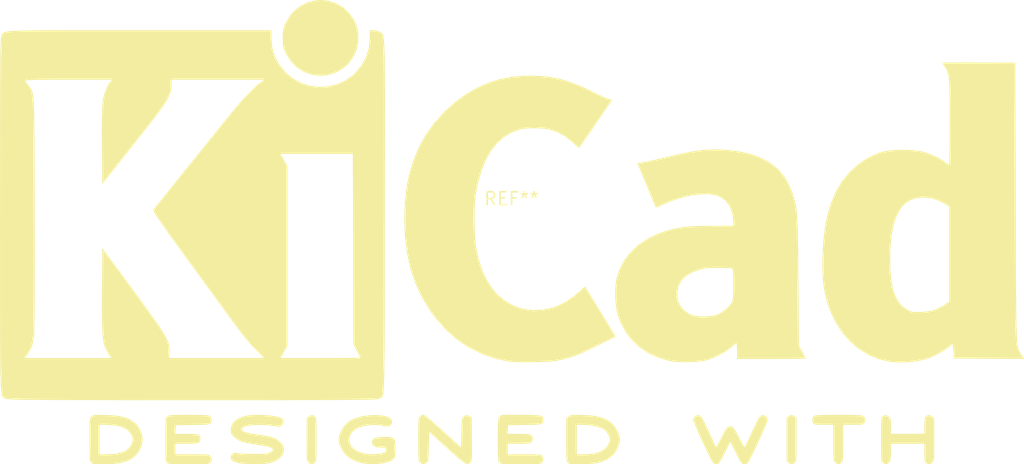
<source format=kicad_pcb>
(kicad_pcb (version 20240108) (generator pcbnew)
  (layers (0 "F.Cu" signal) (31 "B.Cu" signal) (34 "B.Paste" user) (35 "F.Paste" user) (36 "B.SilkS" user "B.Silkscreen") (37 "F.SilkS" user "F.Silkscreen") (38 "B.Mask" user) (39 "F.Mask" user) (44 "Edge.Cuts" user))
  (net 0 "")
  (footprint "KiCad-Logo2_40mm_SilkScreen" (layer "F.Cu") (at 0 0)
    (property "Reference" "REF**")
    (property "Value" "KiCad-Logo2_40mm_SilkScreen")
    (fp_poly (pts (xy 27.965525 21.545023) (xy 28.123846 21.643638) (xy 28.30178 21.78772) (xy 28.30178 23.934538) (xy 28.301214 24.562512) (xy 28.298787 25.057262) (xy 28.293409 25.436301) (xy 28.28399 25.717145) (xy 28.269437 25.917309) (xy 28.248662 26.054306) (xy 28.220572 26.145653) (xy 28.184077 26.208864) (xy 28.1582 26.24001) (xy 27.948297 26.376833) (xy 27.709274 26.371253) (xy 27.499893 26.254582) (xy 27.321958 26.1105) (xy 27.321958 21.78772) (xy 27.499893 21.643638) (xy 27.671626 21.538829) (xy 27.811869 21.499555) (xy 27.965525 21.545023)) (layer "F.SilkS") (stroke (width 0.01)) (fill solid))
    (fp_poly (pts (xy -19.521068 21.650297) (xy -19.477131 21.70086) (xy -19.442664 21.766088) (xy -19.416523 21.863456) (xy -19.397561 22.010435) (xy -19.384632 22.224501) (xy -19.376591 22.523127) (xy -19.372292 22.923787) (xy -19.37059 23.443953) (xy -19.370326 23.94911) (xy -19.370791 24.575684) (xy -19.37295 25.068991) (xy -19.377948 25.446504) (xy -19.386932 25.725697) (xy -19.401047 25.924043) (xy -19.421439 26.059017) (xy -19.449254 26.148092) (xy -19.485637 26.208742) (xy -19.521068 26.247923) (xy -19.741418 26.379321) (xy -19.976202 26.367529) (xy -20.186268 26.224223) (xy -20.234534 26.168273) (xy -20.272255 26.103358) (xy -20.300731 26.011534) (xy -20.32126 25.874855) (xy -20.33514 25.675378) (xy -20.34367 25.395156) (xy -20.348149 25.016246) (xy -20.349875 24.520702) (xy -20.350148 23.959669) (xy -20.350148 21.869558) (xy -20.165147 21.684557) (xy -19.937112 21.52891) (xy -19.715914 21.5233) (xy -19.521068 21.650297)) (layer "F.SilkS") (stroke (width 0.01)) (fill solid))
    (fp_poly (pts (xy -18.076147 -19.650519) (xy -17.392473 -19.413475) (xy -16.755948 -19.040369) (xy -16.187475 -18.531249) (xy -15.707957 -17.886164) (xy -15.492558 -17.47957) (xy -15.306139 -16.910856) (xy -15.215783 -16.254297) (xy -15.225791 -15.579316) (xy -15.336888 -14.967668) (xy -15.640538 -14.220254) (xy -16.080859 -13.571926) (xy -16.635471 -13.035442) (xy -17.281992 -12.623556) (xy -17.998045 -12.349026) (xy -18.761249 -12.224609) (xy -19.549223 -12.26306) (xy -19.937635 -12.345233) (xy -20.694616 -12.639697) (xy -21.366937 -13.089033) (xy -21.938382 -13.679389) (xy -22.392732 -14.396911) (xy -22.431172 -14.475269) (xy -22.564057 -14.769316) (xy -22.647495 -15.016965) (xy -22.692796 -15.278216) (xy -22.711271 -15.613068) (xy -22.714337 -15.977419) (xy -22.709267 -16.415171) (xy -22.68638 -16.731635) (xy -22.634165 -16.987491) (xy -22.541108 -17.243421) (xy -22.426241 -17.495922) (xy -21.997791 -18.212699) (xy -21.470172 -18.793068) (xy -20.864288 -19.237078) (xy -20.201041 -19.544779) (xy -19.501333 -19.71622) (xy -18.786068 -19.75145) (xy -18.076147 -19.650519)) (layer "F.SilkS") (stroke (width 0.01)) (fill solid))
    (fp_poly (pts (xy 33.13619 21.500201) (xy 33.661685 21.502726) (xy 34.06956 21.50801) (xy 34.376375 21.516933) (xy 34.598689 21.530377) (xy 34.753061 21.549221) (xy 34.856051 21.574347) (xy 34.924218 21.606634) (xy 34.957207 21.631454) (xy 35.128421 21.84868) (xy 35.149133 22.074218) (xy 35.043328 22.279107) (xy 34.974137 22.360979) (xy 34.89968 22.416805) (xy 34.791776 22.451571) (xy 34.622242 22.470262) (xy 34.362895 22.477866) (xy 33.985552 22.47937) (xy 33.911443 22.479377) (xy 32.937092 22.479377) (xy 32.937092 24.288279) (xy 32.93645 24.858447) (xy 32.933535 25.297163) (xy 32.926864 25.623713) (xy 32.914953 25.857385) (xy 32.896318 26.017466) (xy 32.869475 26.123244) (xy 32.832942 26.194005) (xy 32.78635 26.247923) (xy 32.566473 26.380422) (xy 32.336938 26.369982) (xy 32.128776 26.218808) (xy 32.113482 26.200073) (xy 32.063694 26.129251) (xy 32.025762 26.046386) (xy 31.998082 25.931342) (xy 31.979048 25.763987) (xy 31.967055 25.524184) (xy 31.960499 25.191799) (xy 31.957773 24.746698) (xy 31.95727 24.240429) (xy 31.95727 22.479377) (xy 31.026815 22.479377) (xy 30.62752 22.476675) (xy 30.351085 22.466145) (xy 30.169686 22.444154) (xy 30.055501 22.407066) (xy 29.980704 22.351247) (xy 29.971622 22.341543) (xy 29.86241 22.119623) (xy 29.872068 21.868738) (xy 29.997626 21.650297) (xy 30.046183 21.607925) (xy 30.108788 21.574329) (xy 30.202138 21.548491) (xy 30.342927 21.529398) (xy 30.547851 21.516034) (xy 30.833605 21.507384) (xy 31.216884 21.502433) (xy 31.714385 21.500165) (xy 32.342802 21.499564) (xy 32.476517 21.499555) (xy 33.13619 21.500201)) (layer "F.SilkS") (stroke (width 0.01)) (fill solid))
    (fp_poly (pts (xy 41.587101 21.536052) (xy 41.796601 21.684557) (xy 41.981602 21.869558) (xy 41.981602 23.93552) (xy 41.981119 24.548956) (xy 41.978827 25.029939) (xy 41.973467 25.396752) (xy 41.963775 25.667684) (xy 41.948492 25.86102) (xy 41.926355 25.995045) (xy 41.896103 26.088048) (xy 41.856474 26.158313) (xy 41.82539 26.200073) (xy 41.620212 26.36414) (xy 41.384621 26.381948) (xy 41.169293 26.281335) (xy 41.098141 26.221935) (xy 41.050579 26.143033) (xy 41.021891 26.015977) (xy 41.00736 25.812112) (xy 41.002268 25.502787) (xy 41.00178 25.263827) (xy 41.00178 24.36365) (xy 37.68546 24.36365) (xy 37.68546 25.182566) (xy 37.682031 25.557033) (xy 37.66831 25.814387) (xy 37.639149 25.98817) (xy 37.589398 26.111922) (xy 37.529248 26.200073) (xy 37.322921 26.363679) (xy 37.089588 26.383052) (xy 36.866208 26.266766) (xy 36.805221 26.205806) (xy 36.762147 26.124993) (xy 36.733737 25.999114) (xy 36.716741 25.802954) (xy 36.707911 25.511301) (xy 36.703999 25.098942) (xy 36.703541 25.004303) (xy 36.700311 24.227356) (xy 36.698646 23.587049) (xy 36.699189 23.069281) (xy 36.702582 22.659953) (xy 36.709467 22.344965) (xy 36.720489 22.110216) (xy 36.736287 21.941608) (xy 36.757507 21.82504) (xy 36.784789 21.746413) (xy 36.818776 21.691626) (xy 36.85638 21.650297) (xy 37.069104 21.518095) (xy 37.290959 21.536052) (xy 37.500459 21.684557) (xy 37.585234 21.780368) (xy 37.639273 21.8862) (xy 37.669424 22.036931) (xy 37.682537 22.267438) (xy 37.685458 22.612597) (xy 37.68546 22.626693) (xy 37.68546 23.383828) (xy 41.00178 23.383828) (xy 41.00178 22.592434) (xy 41.005164 22.22784) (xy 41.018756 21.981656) (xy 41.047715 21.821635) (xy 41.097201 21.71553) (xy 41.152522 21.650297) (xy 41.365247 21.518095) (xy 41.587101 21.536052)) (layer "F.SilkS") (stroke (width 0.01)) (fill solid))
    (fp_poly (pts (xy 6.7988 21.500944) (xy 7.659938 21.53006) (xy 8.392374 21.618358) (xy 9.008186 21.771123) (xy 9.519449 21.993641) (xy 9.938241 22.2912) (xy 10.276637 22.669085) (xy 10.546715 23.132583) (xy 10.552028 23.143885) (xy 10.713212 23.558713) (xy 10.770642 23.926101) (xy 10.724098 24.295835) (xy 10.573358 24.7177) (xy 10.54477 24.781898) (xy 10.349815 25.157636) (xy 10.130714 25.447968) (xy 9.847937 25.694772) (xy 9.461953 25.939923) (xy 9.439529 25.952722) (xy 9.103517 26.114128) (xy 8.723734 26.234673) (xy 8.275773 26.318513) (xy 7.735229 26.369806) (xy 7.077699 26.39271) (xy 6.845381 26.3947) (xy 5.739131 26.398665) (xy 5.582918 26.200073) (xy 5.536582 26.134771) (xy 5.500434 26.058512) (xy 5.473213 25.95301) (xy 5.453659 25.799978) (xy 5.44051 25.581131) (xy 5.436222 25.418843) (xy 6.481899 25.418843) (xy 7.108709 25.418843) (xy 7.475502 25.408118) (xy 7.852034 25.37989) (xy 8.161062 25.340081) (xy 8.179714 25.336729) (xy 8.728589 25.189481) (xy 9.154321 24.968251) (xy 9.47038 24.662777) (xy 9.690236 24.262796) (xy 9.728467 24.156786) (xy 9.76594 23.991686) (xy 9.749717 23.828571) (xy 9.670774 23.611573) (xy 9.62319 23.504973) (xy 9.467362 23.221699) (xy 9.279617 23.022965) (xy 9.073046 22.884571) (xy 8.659267 22.704476) (xy 8.129716 22.574021) (xy 7.512816 22.4989) (xy 7.066024 22.482369) (xy 6.481899 22.479377) (xy 6.481899 25.418843) (xy 5.436222 25.418843) (xy 5.432504 25.278182) (xy 5.428379 24.872845) (xy 5.426876 24.346833) (xy 5.426706 23.93552) (xy 5.426706 21.869558) (xy 5.611708 21.684557) (xy 5.693813 21.609568) (xy 5.782591 21.558215) (xy 5.906568 21.526085) (xy 6.094271 21.508766) (xy 6.374223 21.501846) (xy 6.774952 21.500912) (xy 6.7988 21.500944)) (layer "F.SilkS") (stroke (width 0.01)) (fill solid))
    (fp_poly (pts (xy -40.869689 21.49955) (xy -40.606083 21.502228) (xy -39.833679 21.520866) (xy -39.186792 21.576226) (xy -38.643377 21.674248) (xy -38.181384 21.82087) (xy -37.778768 22.022031) (xy -37.413481 22.28367) (xy -37.28301 22.397323) (xy -37.066581 22.663256) (xy -36.871424 23.024119) (xy -36.721009 23.424118) (xy -36.638806 23.807456) (xy -36.630267 23.94911) (xy -36.683789 24.341784) (xy -36.82722 24.770707) (xy -37.034859 25.176697) (xy -37.281003 25.500569) (xy -37.320985 25.539645) (xy -37.659648 25.814309) (xy -38.030507 26.028718) (xy -38.454943 26.18849) (xy -38.954338 26.299242) (xy -39.550071 26.366592) (xy -40.263525 26.396159) (xy -40.590319 26.398665) (xy -41.005826 26.396665) (xy -41.298031 26.388299) (xy -41.494348 26.370022) (xy -41.62219 26.338286) (xy -41.708972 26.289545) (xy -41.75549 26.247923) (xy -41.799427 26.19736) (xy -41.833894 26.132132) (xy -41.860035 26.034765) (xy -41.878997 25.887785) (xy -41.891926 25.673719) (xy -41.899966 25.375093) (xy -41.904265 24.974433) (xy -41.905968 24.454267) (xy -41.906231 23.94911) (xy -41.907893 23.27535) (xy -41.907534 22.737122) (xy -41.90112 22.479377) (xy -40.92641 22.479377) (xy -40.92641 25.418843) (xy -40.304599 25.418274) (xy -39.930441 25.407543) (xy -39.538567 25.379898) (xy -39.21161 25.34123) (xy -39.201663 25.339637) (xy -38.673235 25.211877) (xy -38.263367 25.012899) (xy -37.951592 24.72975) (xy -37.753496 24.423181) (xy -37.631437 24.08311) (xy -37.640902 23.763795) (xy -37.782558 23.421514) (xy -38.059642 23.067423) (xy -38.443606 22.805042) (xy -38.94269 22.62966) (xy -39.276236 22.567592) (xy -39.654856 22.524005) (xy -40.056135 22.492458) (xy -40.39744 22.479343) (xy -40.417656 22.479281) (xy -40.92641 22.479377) (xy -41.90112 22.479377) (xy -41.897136 22.319334) (xy -41.86868 22.006898) (xy -41.814147 21.78472) (xy -41.725519 21.637711) (xy -41.594778 21.550781) (xy -41.413905 21.508838) (xy -41.174881 21.496791) (xy -40.869689 21.49955)) (layer "F.SilkS") (stroke (width 0.01)) (fill solid))
    (fp_poly (pts (xy -8.680285 21.528809) (xy -8.522944 21.621107) (xy -8.317219 21.772052) (xy -8.052446 21.988752) (xy -7.717962 22.278319) (xy -7.303105 22.647862) (xy -6.797212 23.104493) (xy -6.218101 23.629494) (xy -5.012166 24.723075) (xy -4.974481 23.255237) (xy -4.960875 22.749972) (xy -4.947747 22.3737) (xy -4.932195 22.104713) (xy -4.911314 21.9213) (xy -4.882198 21.801752) (xy -4.841945 21.724359) (xy -4.787649 21.66741) (xy -4.758861 21.643477) (xy -4.528315 21.516938) (xy -4.308934 21.535439) (xy -4.134908 21.643542) (xy -3.956973 21.787528) (xy -3.934843 23.890326) (xy -3.928718 24.50876) (xy -3.9256 24.994582) (xy -3.92657 25.36591) (xy -3.932708 25.640862) (xy -3.945091 25.837554) (xy -3.964801 25.974105) (xy -3.992916 26.068633) (xy -4.030516 26.139255) (xy -4.072213 26.195894) (xy -4.162427 26.300938) (xy -4.252188 26.370569) (xy -4.353943 26.397294) (xy -4.480145 26.373624) (xy -4.643241 26.292068) (xy -4.855682 26.145133) (xy -5.129917 25.925329) (xy -5.478397 25.625164) (xy -5.913571 25.237148) (xy -6.406528 24.791311) (xy -8.177745 23.184661) (xy -8.21543 24.647701) (xy -8.229061 25.152045) (xy -8.242221 25.527438) (xy -8.257829 25.795634) (xy -8.278803 25.978385) (xy -8.308064 26.097444) (xy -8.348528 26.174565) (xy -8.403116 26.231501) (xy -8.43105 26.254703) (xy -8.677955 26.38216) (xy -8.911251 26.362934) (xy -9.114411 26.200073) (xy -9.160886 26.134553) (xy -9.197108 26.058034) (xy -9.224351 25.952158) (xy -9.243889 25.798567) (xy -9.256995 25.578904) (xy -9.264945 25.274808) (xy -9.269012 24.867923) (xy -9.270471 24.33989) (xy -9.270623 23.94911) (xy -9.270133 23.337883) (xy -9.267814 22.859039) (xy -9.262392 22.494219) (xy -9.252592 22.225065) (xy -9.237141 22.033219) (xy -9.214764 21.900322) (xy -9.184189 21.808018) (xy -9.14414 21.737946) (xy -9.114411 21.698147) (xy -9.039053 21.60387) (xy -8.968624 21.532687) (xy -8.892462 21.49171) (xy -8.799903 21.488047) (xy -8.680285 21.528809)) (layer "F.SilkS") (stroke (width 0.01)) (fill solid))
    (fp_poly (pts (xy -13.019829 21.53649) (xy -12.562373 21.613247) (xy -12.21104 21.732568) (xy -11.982471 21.889679) (xy -11.920187 21.979312) (xy -11.856848 22.187783) (xy -11.899473 22.376375) (xy -12.034029 22.555221) (xy -12.243104 22.638887) (xy -12.546471 22.632093) (xy -12.781108 22.586763) (xy -13.302498 22.5004) (xy -13.835336 22.492193) (xy -14.431744 22.562292) (xy -14.596486 22.591993) (xy -15.151052 22.74835) (xy -15.584905 22.980935) (xy -15.893286 23.285784) (xy -16.071439 23.658933) (xy -16.108285 23.851851) (xy -16.084167 24.243257) (xy -15.928458 24.58955) (xy -15.655348 24.883979) (xy -15.279025 25.119797) (xy -14.813676 25.290254) (xy -14.273491 25.388601) (xy -13.672657 25.408089) (xy -13.025363 25.341969) (xy -12.988815 25.335735) (xy -12.731357 25.287781) (xy -12.588607 25.241462) (xy -12.526734 25.172735) (xy -12.511908 25.057558) (xy -12.511573 24.996566) (xy -12.511573 24.740505) (xy -12.968753 24.740505) (xy -13.372475 24.712848) (xy -13.647984 24.624718) (xy -13.808286 24.468372) (xy -13.866386 24.236069) (xy -13.867095 24.205747) (xy -13.833102 24.007188) (xy -13.716537 23.865407) (xy -13.499591 23.77158) (xy -13.164454 23.716883) (xy -12.839838 23.696772) (xy -12.368028 23.685235) (xy -12.025801 23.70284) (xy -11.792396 23.767807) (xy -11.647051 23.89835) (xy -11.569003 24.112689) (xy -11.537492 24.42904) (xy -11.531751 24.844539) (xy -11.541157 25.308322) (xy -11.569459 25.623794) (xy -11.61678 25.792216) (xy -11.625964 25.805408) (xy -11.885792 26.015857) (xy -12.266744 26.182517) (xy -12.744669 26.301827) (xy -13.295418 26.37023) (xy -13.89484 26.384164) (xy -14.518784 26.34007) (xy -14.885757 26.285906) (xy -15.461344 26.12299) (xy -15.996307 25.856644) (xy -16.444206 25.510967) (xy -16.512283 25.441877) (xy -16.733468 25.15142) (xy -16.933042 24.79144) (xy -17.08769 24.414039) (xy -17.174098 24.071316) (xy -17.18451 23.939685) (xy -17.140176 23.665113) (xy -17.022339 23.323494) (xy -16.85361 22.963906) (xy -16.6566 22.635429) (xy -16.482542 22.416025) (xy -16.075578 22.089664) (xy -15.549496 21.829903) (xy -14.923151 21.642618) (xy -14.215395 21.533686) (xy -13.566766 21.507069) (xy -13.019829 21.53649)) (layer "F.SilkS") (stroke (width 0.01)) (fill solid))
    (fp_poly (pts (xy 1.537898 21.500844) (xy 2.047711 21.506946) (xy 2.438392 21.521217) (xy 2.72574 21.547011) (xy 2.925558 21.587685) (xy 3.053645 21.646592) (xy 3.125804 21.727088) (xy 3.157834 21.832527) (xy 3.165538 21.966266) (xy 3.165579 21.982058) (xy 3.15889 22.133329) (xy 3.127276 22.25024) (xy 3.053413 22.337512) (xy 2.919981 22.399864) (xy 2.709655 22.442018) (xy 2.405114 22.468693) (xy 1.989036 22.48461) (xy 1.444097 22.49449) (xy 1.277074 22.496678) (xy -0.339169 22.517063) (xy -0.361773 22.950445) (xy -0.384377 23.383828) (xy 0.738266 23.383828) (xy 1.176853 23.385446) (xy 1.490022 23.392289) (xy 1.70308 23.407342) (xy 1.841333 23.433591) (xy 1.930089 23.474021) (xy 1.994655 23.531615) (xy 1.995069 23.532073) (xy 2.11217 23.756533) (xy 2.107937 23.999134) (xy 1.985037 24.205942) (xy 1.960715 24.227196) (xy 1.874388 24.281981) (xy 1.756095 24.320094) (xy 1.579476 24.344407) (xy 1.31817 24.35779) (xy 0.945817 24.363113) (xy 0.707674 24.36365) (xy -0.376855 24.36365) (xy -0.376855 25.418843) (xy 1.269624 25.418843) (xy 1.813224 25.419794) (xy 2.226032 25.423681) (xy 2.527992 25.432056) (xy 2.739047 25.446472) (xy 2.879142 25.468479) (xy 2.968219 25.499631) (xy 3.026223 25.54148) (xy 3.040841 25.556677) (xy 3.148763 25.767298) (xy 3.156658 26.00691) (xy 3.068119 26.214661) (xy 2.998066 26.281335) (xy 2.925194 26.318039) (xy 2.81228 26.346436) (xy 2.641465 26.367521) (xy 2.394888 26.382288) (xy 2.054688 26.391731) (xy 1.603004 26.396844) (xy 1.021975 26.398622) (xy 0.890617 26.398665) (xy 0.299852 26.398278) (xy -0.15872 26.396145) (xy -0.503649 26.390802) (xy -0.753483 26.380789) (xy -0.926771 26.364645) (xy -1.042063 26.340907) (xy -1.117908 26.308115) (xy -1.172854 26.264807) (xy -1.202999 26.233711) (xy -1.248373 26.178633) (xy -1.283821 26.110403) (xy -1.310566 26.01113) (xy -1.329828 25.86292) (xy -1.342829 25.647879) (xy -1.350791 25.348115) (xy -1.354935 24.945735) (xy -1.356483 24.422845) (xy -1.356677 23.982748) (xy -1.356202 23.366064) (xy -1.353951 22.881939) (xy -1.348679 22.512192) (xy -1.339144 22.238641) (xy -1.324102 22.043105) (xy -1.302311 21.907403) (xy -1.272526 21.813352) (xy -1.233505 21.742771) (xy -1.200464 21.698147) (xy -1.044252 21.499555) (xy 0.893151 21.499555) (xy 1.537898 21.500844)) (layer "F.SilkS") (stroke (width 0.01)) (fill solid))
    (fp_poly (pts (xy -31.465242 21.500085) (xy -31.001832 21.502571) (xy -30.652052 21.508354) (xy -30.397347 21.518778) (xy -30.219162 21.535183) (xy -30.098943 21.558914) (xy -30.018133 21.591311) (xy -29.958177 21.633717) (xy -29.936467 21.653233) (xy -29.804437 21.860593) (xy -29.780664 22.098855) (xy -29.867518 22.310378) (xy -29.907678 22.353129) (xy -29.972636 22.394577) (xy -30.077229 22.426552) (xy -30.24085 22.450611) (xy -30.482897 22.468308) (xy -30.822764 22.481199) (xy -31.279847 22.490841) (xy -31.697738 22.496709) (xy -33.351632 22.517063) (xy -33.374236 22.950445) (xy -33.39684 23.383828) (xy -32.274197 23.383828) (xy -31.786816 23.388033) (xy -31.430006 23.405621) (xy -31.183714 23.444052) (xy -31.027885 23.510786) (xy -30.942466 23.613282) (xy -30.907402 23.759002) (xy -30.902077 23.894243) (xy -30.918626 24.060185) (xy -30.981077 24.18246) (xy -31.108638 24.267457) (xy -31.320519 24.321567) (xy -31.635926 24.351178) (xy -32.074069 24.36268) (xy -32.31321 24.36365) (xy -33.389318 24.36365) (xy -33.389318 25.418843) (xy -31.731157 25.418843) (xy -31.187623 25.4196) (xy -30.774535 25.423) (xy -30.471598 25.430733) (xy -30.258519 25.44449) (xy -30.115005 25.465963) (xy -30.020762 25.496842) (xy -29.955496 25.53882) (xy -29.922255 25.569585) (xy -29.808225 25.749142) (xy -29.771513 25.908754) (xy -29.823935 26.103714) (xy -29.922255 26.247923) (xy -29.974711 26.293321) (xy -30.042425 26.328573) (xy -30.143613 26.354957) (xy -30.29649 26.37375) (xy -30.519271 26.386231) (xy -30.83017 26.393679) (xy -31.247403 26.397371) (xy -31.789185 26.398586) (xy -32.070326 26.398665) (xy -32.672387 26.398132) (xy -33.141923 26.395682) (xy -33.497148 26.390037) (xy -33.756277 26.379917) (xy -33.937525 26.364045) (xy -34.059108 26.341143) (xy -34.13924 26.309933) (xy -34.196136 26.269135) (xy -34.218398 26.247923) (xy -34.262457 26.197204) (xy -34.296989 26.13177) (xy -34.323152 26.034088) (xy -34.342102 25.886622) (xy -34.354995 25.671838) (xy -34.362987 25.372202) (xy -34.367236 24.970178) (xy -34.368896 24.448231) (xy -34.36914 23.962248) (xy -34.368915 23.339883) (xy -34.367349 22.850651) (xy -34.363107 22.476945) (xy -34.354851 22.201154) (xy -34.341247 22.005672) (xy -34.320957 21.87289) (xy -34.292646 21.785199) (xy -34.254977 21.724992) (xy -34.206613 21.674658) (xy -34.194697 21.663435) (xy -34.136874 21.613757) (xy -34.069687 21.575286) (xy -33.974498 21.546591) (xy -33.832673 21.526241) (xy -33.625573 21.512804) (xy -33.334563 21.50485) (xy -32.941006 21.500947) (xy -32.426265 21.499663) (xy -32.060838 21.499555) (xy -31.465242 21.500085)) (layer "F.SilkS") (stroke (width 0.01)) (fill solid))
    (fp_poly (pts (xy 25.001474 21.512691) (xy 25.132265 21.55943) (xy 25.137312 21.561718) (xy 25.314924 21.697259) (xy 25.412783 21.836682) (xy 25.431931 21.902052) (xy 25.430986 21.988911) (xy 25.404041 22.112649) (xy 25.345193 22.288657) (xy 25.248535 22.532322) (xy 25.108164 22.859037) (xy 24.918172 23.284189) (xy 24.672656 23.82317) (xy 24.537519 24.117762) (xy 24.293494 24.643671) (xy 24.064416 25.127304) (xy 23.859029 25.550978) (xy 23.686076 25.897012) (xy 23.5543 26.147723) (xy 23.472445 26.28543) (xy 23.456247 26.304451) (xy 23.248999 26.388368) (xy 23.014904 26.377129) (xy 22.827154 26.275066) (xy 22.819505 26.266766) (xy 22.744818 26.1537) (xy 22.619538 25.933476) (xy 22.459111 25.634438) (xy 22.278985 25.284932) (xy 22.214251 25.156138) (xy 21.725615 24.17741) (xy 21.193001 25.240608) (xy 21.002894 25.607962) (xy 20.82652 25.92655) (xy 20.678287 26.171983) (xy 20.572604 26.319876) (xy 20.536789 26.351236) (xy 20.258393 26.393709) (xy 20.02867 26.304451) (xy 19.961096 26.20906) (xy 19.84416 25.997055) (xy 19.687402 25.689297) (xy 19.500361 25.306648) (xy 19.292577 24.869969) (xy 19.073588 24.40012) (xy 18.852935 23.917963) (xy 18.640156 23.444359) (xy 18.44479 23.00017) (xy 18.276378 22.606255) (xy 18.144458 22.283477) (xy 18.058569 22.052696) (xy 18.028252 21.934773) (xy 18.02856 21.930503) (xy 18.102327 21.782117) (xy 18.249771 21.630989) (xy 18.258454 21.624413) (xy 18.439673 21.521979) (xy 18.607291 21.522971) (xy 18.670114 21.542283) (xy 18.746667 21.584019) (xy 18.827963 21.66612) (xy 18.923752 21.805616) (xy 19.043788 22.01954) (xy 19.197821 22.324922) (xy 19.395605 22.738794) (xy 19.573968 23.120832) (xy 19.779173 23.563677) (xy 19.963053 23.961919) (xy 20.116055 24.294753) (xy 20.228627 24.541375) (xy 20.291216 24.68098) (xy 20.300344 24.702819) (xy 20.3414 24.667118) (xy 20.435756 24.517639) (xy 20.570859 24.276198) (xy 20.734153 23.964612) (xy 20.799134 23.836054) (xy 21.019257 23.401956) (xy 21.189016 23.08582) (xy 21.322339 22.869265) (xy 21.433157 22.733913) (xy 21.535401 22.661381) (xy 21.643002 22.633291) (xy 21.713123 22.630119) (xy 21.836816 22.641079) (xy 21.945207 22.686411) (xy 22.052906 22.78479) (xy 22.174523 22.954891) (xy 22.324669 23.21539) (xy 22.517954 23.584963) (xy 22.624598 23.795196) (xy 22.797577 24.130255) (xy 22.948445 24.408113) (xy 23.063891 24.605325) (xy 23.130602 24.698446) (xy 23.139673 24.702324) (xy 23.182756 24.629035) (xy 23.279212 24.438731) (xy 23.419381 24.151331) (xy 23.593605 23.786749) (xy 23.792224 23.364903) (xy 23.889928 23.155373) (xy 24.144103 22.614619) (xy 24.348773 22.198519) (xy 24.514566 21.893499) (xy 24.652107 21.685981) (xy 24.772021 21.562391) (xy 24.884935 21.509153) (xy 25.001474 21.512691)) (layer "F.SilkS") (stroke (width 0.01)) (fill solid))
    (fp_poly (pts (xy -24.647865 21.508131) (xy -24.148358 21.543051) (xy -23.683791 21.59759) (xy -23.281168 21.669695) (xy -22.967493 21.757313) (xy -22.76977 21.858393) (xy -22.739422 21.888145) (xy -22.633887 22.119029) (xy -22.665889 22.356056) (xy -22.829579 22.558849) (xy -22.837389 22.56466) (xy -22.933669 22.627144) (xy -23.034176 22.66) (xy -23.174366 22.66399) (xy -23.389696 22.639876) (xy -23.715622 22.58842) (xy -23.74184 22.584087) (xy -24.227484 22.524424) (xy -24.751448 22.494993) (xy -25.276959 22.494708) (xy -25.767245 22.522484) (xy -26.185533 22.577235) (xy -26.495052 22.657875) (xy -26.515389 22.66598) (xy -26.739933 22.791789) (xy -26.818825 22.919111) (xy -26.757065 23.044328) (xy -26.559657 23.163825) (xy -26.2316 23.273983) (xy -25.777898 23.371188) (xy -25.475371 23.41799) (xy -24.846513 23.508011) (xy -24.346357 23.590303) (xy -23.953598 23.671991) (xy -23.646928 23.760201) (xy -23.405042 23.862059) (xy -23.206634 23.98469) (xy -23.030398 24.135219) (xy -22.888776 24.283038) (xy -22.72076 24.489) (xy -22.638074 24.666101) (xy -22.612215 24.884301) (xy -22.611276 24.964212) (xy -22.630698 25.229382) (xy -22.708318 25.426657) (xy -22.842659 25.601758) (xy -23.115685 25.869421) (xy -23.420139 26.073547) (xy -23.778643 26.220792) (xy -24.21382 26.317813) (xy -24.748291 26.371266) (xy -25.404679 26.387809) (xy -25.513056 26.387529) (xy -25.95077 26.378456) (xy -26.384859 26.35784) (xy -26.768004 26.328639) (xy -27.052888 26.293812) (xy -27.075927 26.289813) (xy -27.359172 26.222716) (xy -27.599418 26.137958) (xy -27.735423 26.06047) (xy -27.86199 25.856042) (xy -27.870802 25.617996) (xy -27.761694 25.405856) (xy -27.737282 25.381867) (xy -27.636378 25.310595) (xy -27.510184 25.279885) (xy -27.314881 25.285112) (xy -27.077787 25.312275) (xy -26.812856 25.336541) (xy -26.44147 25.357012) (xy -26.007903 25.371868) (xy -25.556427 25.379285) (xy -25.437686 25.379775) (xy -24.984529 25.377948) (xy -24.652883 25.36915) (xy -24.413567 25.35033) (xy -24.237399 25.318435) (xy -24.095198 25.270413) (xy -24.009743 25.230416) (xy -23.821958 25.119357) (xy -23.702233 25.018777) (xy -23.684737 24.990264) (xy -23.72165 24.872528) (xy -23.897136 24.758551) (xy -24.199034 24.653506) (xy -24.615182 24.562567) (xy -24.737789 24.542308) (xy -25.378196 24.441724) (xy -25.889295 24.35765) (xy -26.290812 24.283978) (xy -26.602476 24.214597) (xy -26.844012 24.143399) (xy -27.035148 24.064275) (xy -27.19561 23.971115) (xy -27.345126 23.85781) (xy -27.503423 23.718251) (xy -27.556691 23.66932) (xy -27.74345 23.486713) (xy -27.842311 23.342033) (xy -27.880986 23.176473) (xy -27.88724 22.967839) (xy -27.81838 22.558712) (xy -27.612584 22.2111) (xy -27.271035 21.926127) (xy -26.794913 21.704916) (xy -26.455193 21.605694) (xy -26.085974 21.541611) (xy -25.643677 21.505358) (xy -25.155306 21.494882) (xy -24.647865 21.508131)) (layer "F.SilkS") (stroke (width 0.01)) (fill solid))
    (fp_poly (pts (xy 2.91731 -12.197409) (xy 3.899021 -12.089935) (xy 4.850132 -11.897568) (xy 5.809334 -11.610276) (xy 6.81532 -11.218022) (xy 7.90678 -10.710775) (xy 8.103339 -10.612522) (xy 8.554413 -10.3903) (xy 8.979838 -10.190201) (xy 9.337626 -10.031336) (xy 9.585788 -9.932816) (xy 9.62391 -9.920412) (xy 9.989247 -9.810954) (xy 8.353853 -7.431821) (xy 7.954021 -6.85035) (xy 7.588463 -6.3191) (xy 7.269611 -5.856106) (xy 7.009897 -5.479405) (xy 6.821751 -5.207034) (xy 6.717605 -5.057029) (xy 6.700685 -5.033272) (xy 6.631963 -5.082943) (xy 6.462798 -5.232265) (xy 6.223446 -5.454115) (xy 6.091353 -5.579509) (xy 5.342942 -6.174774) (xy 4.502422 -6.627107) (xy 3.778136 -6.874876) (xy 3.343358 -6.952689) (xy 2.798978 -7.000108) (xy 2.209023 -7.016253) (xy 1.63752 -7.000245) (xy 1.148496 -6.951206) (xy 0.953357 -6.913649) (xy 0.073824 -6.611051) (xy -0.718739 -6.149014) (xy -1.423747 -5.528383) (xy -2.040612 -4.750003) (xy -2.568748 -3.814719) (xy -3.007568 -2.723375) (xy -3.356485 -1.476817) (xy -3.56385 -0.409678) (xy -3.617951 0.061422) (xy -3.654812 0.670014) (xy -3.67479 1.372365) (xy -3.678241 2.12474) (xy -3.665521 2.883406) (xy -3.636987 3.604629) (xy -3.592995 4.244675) (xy -3.5339 4.759809) (xy -3.521108 4.839288) (xy -3.239164 6.119535) (xy -2.855014 7.252612) (xy -2.366323 8.243595) (xy -1.770752 9.09756) (xy -1.348 9.559251) (xy -0.588248 10.186092) (xy 0.24496 10.650735) (xy 1.137568 10.950651) (xy 2.075522 11.083312) (xy 3.044766 11.04619) (xy 4.031244 10.836755) (xy 4.614467 10.631824) (xy 5.421553 10.221455) (xy 6.253401 9.632791) (xy 6.719365 9.234707) (xy 6.981005 9.004303) (xy 7.186568 8.835264) (xy 7.303576 8.753812) (xy 7.3181 8.751327) (xy 7.370325 8.834557) (xy 7.505643 9.054495) (xy 7.712525 9.392285) (xy 7.979445 9.829072) (xy 8.294876 10.346001) (xy 8.647289 10.924217) (xy 8.843446 11.246321) (xy 10.341756 13.707338) (xy 8.471057 14.631832) (xy 7.794681 14.963908) (xy 7.246759 15.225765) (xy 6.793798 15.430409) (xy 6.402305 15.590844) (xy 6.038789 15.720076) (xy 5.669755 15.83111) (xy 5.261713 15.936952) (xy 4.870609 16.029898) (xy 4.522985 16.101819) (xy 4.15944 16.156171) (xy 3.743579 16.19597) (xy 3.23901 16.224232) (xy 2.609337 16.243975) (xy 2.184946 16.252496) (xy 1.579411 16.258312) (xy 0.998779 16.25538) (xy 0.481476 16.244535) (xy 0.065926 16.226613) (xy -0.209446 16.20245) (xy -0.225764 16.200041) (xy -1.655696 15.890683) (xy -2.998501 15.421498) (xy -4.253705 14.792797) (xy -5.420838 14.004888) (xy -6.499426 13.058081) (xy -7.488997 11.952685) (xy -8.20567 10.970251) (xy -8.968629 9.684328) (xy -9.585369 8.326319) (xy -10.058872 6.885334) (xy -10.392119 5.350487) (xy -10.588094 3.71089) (xy -10.649836 2.045999) (xy -10.599056 0.435447) (xy -10.43948 -1.050525) (xy -10.166037 -2.436981) (xy -9.773656 -3.748987) (xy -9.257267 -5.011607) (xy -9.195608 -5.142417) (xy -8.516313 -6.365201) (xy -7.681992 -7.528801) (xy -6.716282 -8.609133) (xy -5.64282 -9.582111) (xy -4.485245 -10.423652) (xy -3.406621 -11.040952) (xy -2.316985 -11.524433) (xy -1.225036 -11.874656) (xy -0.088504 -12.101157) (xy 1.134884 -12.213466) (xy 1.866308 -12.230025) (xy 2.91731 -12.197409)) (layer "F.SilkS") (stroke (width 0.01)) (fill solid))
    (fp_poly (pts (xy 45.369891 -13.54794) (xy 46.144181 -13.544763) (xy 46.407347 -13.543159) (xy 50.026164 -13.519355) (xy 50.071684 0.364158) (xy 50.077696 2.246803) (xy 50.083028 3.956215) (xy 50.088021 5.501238) (xy 50.09302 6.890713) (xy 50.098365 8.133485) (xy 50.1044 9.238396) (xy 50.111467 10.214289) (xy 50.119909 11.070007) (xy 50.130067 11.814393) (xy 50.142285 12.456291) (xy 50.156905 13.004543) (xy 50.174269 13.467992) (xy 50.19472 13.855482) (xy 50.2186 14.175855) (xy 50.246252 14.437954) (xy 50.278019 14.650623) (xy 50.314242 14.822704) (xy 50.355264 14.963041) (xy 50.401428 15.080476) (xy 50.453076 15.183852) (xy 50.510551 15.282014) (xy 50.574195 15.383802) (xy 50.644351 15.498062) (xy 50.658731 15.522399) (xy 50.899987 15.934072) (xy 43.926523 15.88638) (xy 43.881003 15.120475) (xy 43.856219 14.752911) (xy 43.830391 14.540408) (xy 43.795345 14.456089) (xy 43.742909 14.473075) (xy 43.698924 14.521661) (xy 43.507323 14.698639) (xy 43.195045 14.926123) (xy 42.806085 15.176933) (xy 42.384439 15.423889) (xy 41.974106 15.63981) (xy 41.659045 15.78187) (xy 40.920915 16.015316) (xy 40.074023 16.180681) (xy 39.180889 16.271648) (xy 38.304036 16.281896) (xy 37.505984 16.205109) (xy 37.492844 16.20291) (xy 36.400844 15.928898) (xy 35.378626 15.492334) (xy 34.436049 14.902602) (xy 33.582974 14.169086) (xy 32.82926 13.301171) (xy 32.184766 12.308241) (xy 31.659353 11.199679) (xy 31.37328 10.378495) (xy 31.18463 9.691484) (xy 31.044728 9.026224) (xy 30.949298 8.342301) (xy 30.894062 7.599302) (xy 30.874743 6.756816) (xy 30.8833 6.068873) (xy 37.601086 6.068873) (xy 37.632875 7.222441) (xy 37.733156 8.214891) (xy 37.905012 9.055032) (xy 38.151529 9.751673) (xy 38.475793 10.313622) (xy 38.880888 10.749687) (xy 39.348486 11.057951) (xy 39.591801 11.173031) (xy 39.802824 11.242025) (xy 40.038092 11.273589) (xy 40.354142 11.276384) (xy 40.694623 11.264094) (xy 41.364205 11.205034) (xy 41.893783 11.089378) (xy 42.060215 11.031445) (xy 42.44025 10.86034) (xy 42.841076 10.645476) (xy 43.016129 10.537921) (xy 43.471326 10.23935) (xy 43.471326 0.775687) (xy 42.970609 0.47555) (xy 42.272307 0.136409) (xy 41.558862 -0.064162) (xy 40.856366 -0.127347) (xy 40.190911 -0.054328) (xy 39.588591 0.15371) (xy 39.075497 0.495586) (xy 38.909938 0.659687) (xy 38.510874 1.197372) (xy 38.18788 1.848236) (xy 37.938259 2.623437) (xy 37.75931 3.534129) (xy 37.648333 4.59147) (xy 37.602631 5.806614) (xy 37.601086 6.068873) (xy 30.8833 6.068873) (xy 30.886863 5.78252) (xy 30.963608 4.283862) (xy 31.117927 2.932093) (xy 31.353882 1.707523) (xy 31.675538 0.590459) (xy 32.086958 -0.43879) (xy 32.233772 -0.743928) (xy 32.825136 -1.739012) (xy 33.539768 -2.623308) (xy 34.360865 -3.382541) (xy 35.271626 -4.002439) (xy 36.255247 -4.468726) (xy 36.844865 -4.661072) (xy 37.423929 -4.775259) (xy 38.120683 -4.843197) (xy 38.876715 -4.864916) (xy 39.633616 -4.840446) (xy 40.332974 -4.769817) (xy 40.894507 -4.659015) (xy 41.562859 -4.441727) (xy 42.21065 -4.16231) (xy 42.777416 -3.849067) (xy 43.07907 -3.636473) (xy 43.287147 -3.478387) (xy 43.432845 -3.382129) (xy 43.465987 -3.368459) (xy 43.476263 -3.45653) (xy 43.485844 -3.70887) (xy 43.494518 -4.107672) (xy 43.502072 -4.635125) (xy 43.508294 -5.273422) (xy 43.512971 -6.004753) (xy 43.515892 -6.811311) (xy 43.516845 -7.632843) (xy 43.516313 -8.685081) (xy 43.513695 -9.572209) (xy 43.507463 -10.311197) (xy 43.496085 -10.919013) (xy 43.478031 -11.412626) (xy 43.451773 -11.809004) (xy 43.415779 -12.125116) (xy 43.368519 -12.377932) (xy 43.308464 -12.584419) (xy 43.234084 -12.761547) (xy 43.143847 -12.926283) (xy 43.036225 -13.095598) (xy 43.022379 -13.116561) (xy 42.883571 -13.33585) (xy 42.799766 -13.486641) (xy 42.78853 -13.518448) (xy 42.876343 -13.528483) (xy 43.126897 -13.536647) (xy 43.520859 -13.542806) (xy 44.038899 -13.546829) (xy 44.661687 -13.548585) (xy 45.369891 -13.54794)) (layer "F.SilkS") (stroke (width 0.01)) (fill solid))
    (fp_poly (pts (xy 21.003171 -4.878774) (xy 21.45424 -4.84463) (xy 22.744807 -4.672925) (xy 23.887739 -4.399057) (xy 24.888601 -4.019258) (xy 25.752962 -3.529759) (xy 26.486389 -2.926793) (xy 27.094447 -2.206592) (xy 27.582705 -1.365386) (xy 27.939238 -0.455197) (xy 28.029739 -0.164862) (xy 28.108547 0.107024) (xy 28.17659 0.375097) (xy 28.234799 0.653997) (xy 28.284101 0.958361) (xy 28.325426 1.302825) (xy 28.359703 1.70203) (xy 28.387861 2.170611) (xy 28.410829 2.723206) (xy 28.429537 3.374454) (xy 28.444913 4.138993) (xy 28.457886 5.031459) (xy 28.469385 6.066491) (xy 28.48034 7.258726) (xy 28.488172 8.193548) (xy 28.54086 14.611828) (xy 28.882258 15.229478) (xy 29.043918 15.527037) (xy 29.16422 15.758161) (xy 29.221612 15.88118) (xy 29.223655 15.889514) (xy 29.135934 15.899051) (xy 28.886037 15.907838) (xy 28.49387 15.915629) (xy 27.979334 15.922176) (xy 27.362335 15.927233) (xy 26.662776 15.930551) (xy 25.900559 15.931885) (xy 25.809677 15.9319) (xy 22.395698 15.9319) (xy 22.395698 15.158064) (xy 22.389877 14.808356) (xy 22.374342 14.540903) (xy 22.351989 14.397504) (xy 22.342108 14.384229) (xy 22.251745 14.439834) (xy 22.065771 14.58577) (xy 21.824052 14.790719) (xy 21.818632 14.79546) (xy 21.377526 15.123867) (xy 20.820444 15.45363) (xy 20.210334 15.752354) (xy 19.610143 15.987643) (xy 19.345878 16.068048) (xy 18.819971 16.170172) (xy 18.174659 16.23534) (xy 17.469013 16.262623) (xy 16.762107 16.251091) (xy 16.113014 16.199817) (xy 15.658781 16.126036) (xy 14.544848 15.798921) (xy 13.542011 15.33273) (xy 12.656799 14.733247) (xy 11.895737 14.006255) (xy 11.265354 13.157538) (xy 10.772177 12.19288) (xy 10.559416 11.607527) (xy 10.426077 11.038589) (xy 10.337711 10.355595) (xy 10.296824 9.621547) (xy 10.298169 9.514735) (xy 16.455376 9.514735) (xy 16.506434 10.060177) (xy 16.67645 10.513474) (xy 16.990683 10.934026) (xy 17.111371 11.057344) (xy 17.540401 11.390736) (xy 18.036283 11.604313) (xy 18.630379 11.707699) (xy 19.255996 11.715309) (xy 19.849381 11.665047) (xy 20.303708 11.566736) (xy 20.501021 11.492896) (xy 20.856651 11.291652) (xy 21.233458 11.008631) (xy 21.577251 10.690985) (xy 21.833836 10.385867) (xy 21.901971 10.273938) (xy 21.954936 10.117191) (xy 21.992594 9.867776) (xy 22.016697 9.501867) (xy 22.029001 8.99564) (xy 22.031541 8.51385) (xy 22.02982 7.952147) (xy 22.022869 7.545996) (xy 22.008007 7.268886) (xy 21.982552 7.094308) (xy 21.943822 6.995752) (xy 21.889136 6.946709) (xy 21.872222 6.938899) (xy 21.725236 6.914842) (xy 21.435336 6.895167) (xy 21.041669 6.881645) (xy 20.583381 6.87605) (xy 20.48387 6.876045) (xy 19.871287 6.885821) (xy 19.398025 6.914898) (xy 19.021971 6.967257) (xy 18.711342 7.043727) (xy 17.94082 7.335118) (xy 17.336578 7.693368) (xy 16.893383 8.124207) (xy 16.606004 8.633366) (xy 16.469209 9.226574) (xy 16.455376 9.514735) (xy 10.298169 9.514735) (xy 10.305921 8.899447) (xy 10.367509 8.252296) (xy 10.415548 7.99084) (xy 10.722301 7.020058) (xy 11.188746 6.126847) (xy 11.806079 5.319773) (xy 12.565495 4.607404) (xy 13.45819 3.998307) (xy 14.475358 3.501049) (xy 15.340143 3.19909) (xy 15.918114 3.040453) (xy 16.470941 2.917185) (xy 17.034431 2.825285) (xy 17.644392 2.760748) (xy 18.336632 2.719572) (xy 19.146958 2.697754) (xy 19.879575 2.69161) (xy 22.051981 2.685663) (xy 22.010366 2.03266) (xy 21.89219 1.324142) (xy 21.640804 0.715144) (xy 21.266911 0.220872) (xy 20.781213 -0.143467) (xy 20.353547 -0.321253) (xy 19.740784 -0.433301) (xy 19.011314 -0.449391) (xy 18.199333 -0.375456) (xy 17.339036 -0.217427) (xy 16.464618 0.018764) (xy 15.610274 0.327185) (xy 14.989415 0.60926) (xy 14.690704 0.754105) (xy 14.462863 0.855269) (xy 14.346992 0.894743) (xy 14.340703 0.893477) (xy 14.300718 0.805059) (xy 14.200874 0.5707) (xy 14.050567 0.212851) (xy 13.85919 -0.246033) (xy 13.636141 -0.783502) (xy 13.409414 -1.332016) (xy 12.502991 -3.528906) (xy 13.147732 -3.634804) (xy 13.427183 -3.687937) (xy 13.847277 -3.777176) (xy 14.372026 -3.894422) (xy 14.965445 -4.031572) (xy 15.591545 -4.180526) (xy 15.84086 -4.241057) (xy 16.919461 -4.491229) (xy 17.863774 -4.678792) (xy 18.70905 -4.807538) (xy 19.49054 -4.881257) (xy 20.243497 -4.903739) (xy 21.003171 -4.878774)) (layer "F.SilkS") (stroke (width 0.01)) (fill solid))
    (fp_poly (pts (xy -39.491485 -16.751528) (xy -37.737477 -16.751291) (xy -36.921009 -16.751255) (xy -23.85233 -16.751255) (xy -23.85233 -15.980888) (xy -23.770106 -15.043413) (xy -23.521945 -14.178803) (xy -23.10562 -13.381919) (xy -22.5189 -12.647621) (xy -22.320394 -12.449301) (xy -21.606317 -11.886763) (xy -20.818964 -11.476492) (xy -19.981722 -11.2183) (xy -19.117975 -11.112002) (xy -18.251109 -11.157412) (xy -17.404509 -11.354343) (xy -16.601561 -11.702608) (xy -15.865651 -12.202023) (xy -15.535143 -12.503329) (xy -14.919243 -13.24208) (xy -14.467612 -14.054462) (xy -14.184187 -14.931191) (xy -14.072906 -15.86298) (xy -14.071427 -15.954645) (xy -14.065592 -16.751225) (xy -13.715481 -16.75124) (xy -13.4049 -16.709089) (xy -13.121185 -16.606531) (xy -13.102436 -16.595936) (xy -13.038357 -16.562687) (xy -12.979514 -16.536793) (xy -12.925693 -16.510711) (xy -12.876683 -16.476899) (xy -12.832269 -16.427815) (xy -12.79224 -16.355917) (xy -12.756384 -16.253662) (xy -12.724486 -16.113509) (xy -12.696335 -15.927914) (xy -12.671718 -15.689336) (xy -12.650423 -15.390232) (xy -12.632236 -15.023061) (xy -12.616945 -14.58028) (xy -12.604337 -14.054346) (xy -12.5942 -13.437718) (xy -12.586321 -12.722853) (xy -12.580488 -11.902209) (xy -12.576487 -10.968244) (xy -12.574107 -9.913415) (xy -12.573133 -8.730181) (xy -12.573355 -7.410998) (xy -12.574558 -5.948326) (xy -12.576531 -4.334621) (xy -12.579061 -2.562341) (xy -12.581935 -0.623944) (xy -12.58494 1.488112) (xy -12.585289 1.745431) (xy -12.587983 3.870956) (xy -12.59027 5.821942) (xy -12.59239 7.605928) (xy -12.594587 9.230453) (xy -12.597101 10.703056) (xy -12.600176 12.031275) (xy -12.604053 13.222649) (xy -12.608975 14.284718) (xy -12.615183 15.225019) (xy -12.62292 16.051093) (xy -12.632428 16.770477) (xy -12.643949 17.39071) (xy -12.657725 17.919332) (xy -12.673999 18.363881) (xy -12.693012 18.731896) (xy -12.715006 19.030916) (xy -12.740224 19.26848) (xy -12.768908 19.452126) (xy -12.8013 19.589393) (xy -12.837641 19.687821) (xy -12.878175 19.754948) (xy -12.923144 19.798312) (xy -12.972788 19.825453) (xy -13.027352 19.84391) (xy -13.087076 19.861221) (xy -13.152202 19.884925) (xy -13.168112 19.892141) (xy -13.218114 19.908355) (xy -13.301802 19.923253) (xy -13.426485 19.936887) (xy -13.599471 19.94931) (xy -13.828065 19.960576) (xy -14.119576 19.970737) (xy -14.481312 19.979847) (xy -14.920579 19.987958) (xy -15.444685 19.995123) (xy -16.060937 20.001396) (xy -16.776643 20.00683) (xy -17.599111 20.011478) (xy -18.535647 20.015392) (xy -19.593559 20.018625) (xy -20.780154 20.021232) (xy -22.10274 20.023264) (xy -23.568625 20.024775) (xy -25.185115 20.025818) (xy -26.959519 20.026446) (xy -28.899142 20.026711) (xy -31.011294 20.026668) (xy -31.69548 20.026601) (xy -33.854488 20.026254) (xy -35.838813 20.025688) (xy -37.655849 20.024843) (xy -39.31299 20.023662) (xy -40.817632 20.022088) (xy -42.17717 20.020062) (xy -43.398998 20.017527) (xy -44.490511 20.014425) (xy -45.459104 20.010698) (xy -46.312172 20.006289) (xy -47.05711 20.001139) (xy -47.701312 19.995191) (xy -48.252174 19.988387) (xy -48.71709 19.980669) (xy -49.103455 19.97198) (xy -49.418664 19.962261) (xy -49.670112 19.951455) (xy -49.865193 19.939505) (xy -50.011304 19.926352) (xy -50.115837 19.911938) (xy -50.186189 19.896206) (xy -50.224542 19.8818) (xy -50.292704 19.853054) (xy -50.355289 19.831856) (xy -50.412534 19.810678) (xy -50.464674 19.781991) (xy -50.511947 19.738267) (xy -50.55459 19.671979) (xy -50.59284 19.575598) (xy -50.626933 19.441596) (xy -50.657107 19.262444) (xy -50.683599 19.030616) (xy -50.706646 18.738581) (xy -50.726484 18.378814) (xy -50.74335 17.943784) (xy -50.757482 17.425964) (xy -50.769116 16.817826) (xy -50.77849 16.111842) (xy -50.780944 15.84086) (xy -48.351202 15.84086) (xy -39.763289 15.84086) (xy -39.928536 15.590502) (xy -40.092924 15.333226) (xy -40.232131 15.088232) (xy -40.348136 14.838375) (xy -40.442921 14.56651) (xy -40.518466 14.255492) (xy -40.576749 13.888176) (xy -40.619752 13.447416) (xy -40.649455 12.916067) (xy -40.667837 12.276985) (xy -40.676879 11.513024) (xy -40.678561 10.607039) (xy -40.674863 9.541886) (xy -40.672766 9.14644) (xy -40.649104 4.907078) (xy -37.963441 8.563369) (xy -37.202597 9.600612) (xy -36.543417 10.50381) (xy -35.978782 11.284929) (xy -35.501577 11.955934) (xy -35.104682 12.528791) (xy -34.780981 13.015467) (xy -34.523355 13.427928) (xy -34.324688 13.778139) (xy -34.177862 14.078066) (xy -34.075758 14.339676) (xy -34.01126 14.574934) (xy -33.97725 14.795806) (xy -33.96661 15.014258) (xy -33.972223 15.242256) (xy -33.973655 15.270914) (xy -34.003226 15.841242) (xy -29.297454 15.841051) (xy -24.591681 15.84086) (xy -25.291719 15.134999) (xy -25.481679 14.94194) (xy -25.661886 14.754085) (xy -25.840251 14.561075) (xy -26.02468 14.352548) (xy -26.223084 14.118145) (xy -26.443369 13.847505) (xy -26.693446 13.530269) (xy -26.981223 13.156076) (xy -27.314608 12.714566) (xy -27.701511 12.195379) (xy -28.149839 11.588155) (xy -28.667501 10.882533) (xy -29.262407 10.068154) (xy -29.942464 9.134657) (xy -30.715582 8.071682) (xy -31.349271 7.199732) (xy -32.144574 6.104306) (xy -32.83836 5.146524) (xy -33.436914 4.31729) (xy -33.946522 3.607513) (xy -34.373468 3.008099) (xy -34.724038 2.509955) (xy -35.004517 2.103987) (xy -35.221189 1.781103) (xy -35.380341 1.532208) (xy -35.488256 1.34821) (xy -35.551219 1.220014) (xy -35.575517 1.138529) (xy -35.568213 1.095688) (xy -35.479709 0.981681) (xy -35.288359 0.74036) (xy -35.005709 0.386068) (xy -34.643305 -0.06685) (xy -34.212692 -0.604051) (xy -33.725418 -1.211191) (xy -33.193028 -1.873925) (xy -32.627068 -2.57791) (xy -32.039084 -3.308801) (xy -31.440622 -4.052256) (xy -31.111448 -4.460932) (xy -22.938491 -4.460932) (xy -22.598816 -3.846416) (xy -22.25914 -3.2319) (xy -22.25914 14.611828) (xy -22.598816 15.226344) (xy -22.938491 15.84086) (xy -18.920369 15.84086) (xy -17.961135 15.840581) (xy -17.168822 15.839323) (xy -16.528271 15.836451) (xy -16.024325 15.831332) (xy -15.641827 15.823334) (xy -15.365617 15.811822) (xy -15.180538 15.796163) (xy -15.071432 15.775724) (xy -15.023142 15.749871) (xy -15.020508 15.717971) (xy -15.048375 15.679391) (xy -15.048663 15.679072) (xy -15.163452 15.513024) (xy -15.315455 15.243035) (xy -15.449691 14.973516) (xy -15.704302 14.429749) (xy -15.730269 4.984409) (xy -15.756236 -4.460932) (xy -22.938491 -4.460932) (xy -31.111448 -4.460932) (xy -30.843229 -4.793929) (xy -30.258451 -5.519477) (xy -29.697832 -6.214555) (xy -29.172921 -6.864821) (xy -28.695262 -7.45593) (xy -28.276401 -7.973537) (xy -27.927886 -8.4033) (xy -27.661261 -8.730873) (xy -27.504658 -8.921864) (xy -26.896543 -9.636065) (xy -26.311506 -10.280566) (xy -25.770051 -10.834267) (xy -25.292682 -11.276067) (xy -24.953904 -11.546929) (xy -24.553327 -11.835126) (xy -33.766131 -11.835126) (xy -33.763545 -11.294512) (xy -33.789293 -10.897057) (xy -33.886094 -10.528578) (xy -34.035939 -10.179279) (xy -34.133346 -9.981947) (xy -34.238075 -9.786418) (xy -34.359694 -9.579712) (xy -34.50777 -9.348848) (xy -34.69187 -9.080847) (xy -34.921561 -8.762728) (xy -35.20641 -8.381511) (xy -35.555984 -7.924215) (xy -35.97985 -7.377859) (xy -36.487575 -6.729465) (xy -37.088727 -5.966051) (xy -37.792871 -5.074637) (xy -37.872402 -4.974056) (xy -40.649104 -1.462684) (xy -40.675985 -5.351593) (xy -40.681397 -6.516435) (xy -40.680245 -7.502565) (xy -40.672472 -8.313234) (xy -40.658021 -8.951691) (xy -40.636836 -9.421187) (xy -40.608862 -9.724973) (xy -40.59946 -9.7826) (xy -40.451946 -10.38961) (xy -40.258671 -10.936832) (xy -40.038121 -11.37682) (xy -39.905624 -11.563427) (xy -39.677005 -11.835126) (xy -44.014843 -11.835126) (xy -45.049615 -11.834241) (xy -45.914924 -11.831361) (xy -46.623378 -11.826152) (xy -47.187587 -11.818276) (xy -47.620159 -11.807398) (xy -47.933702 -11.793182) (xy -48.140825 -11.775291) (xy -48.254137 -11.753389) (xy -48.286246 -11.72714) (xy -48.284025 -11.721326) (xy -48.192067 -11.582522) (xy -48.038546 -11.362505) (xy -47.959117 -11.251231) (xy -47.876996 -11.140188) (xy -47.803183 -11.040886) (xy -47.737211 -10.943555) (xy -47.678617 -10.838421) (xy -47.626936 -10.715712) (xy -47.581702 -10.565656) (xy -47.542452 -10.378482) (xy -47.50872 -10.144416) (xy -47.480041 -9.853686) (xy -47.455952 -9.496521) (xy -47.435986 -9.063149) (xy -47.41968 -8.543796) (xy -47.406569 -7.928691) (xy -47.396188 -7.208061) (xy -47.388072 -6.372135) (xy -47.381757 -5.41114) (xy -47.376777 -4.315304) (xy -47.372669 -3.074855) (xy -47.368966 -1.680021) (xy -47.365206 -0.121028) (xy -47.361691 1.311181) (xy -47.358372 2.907843) (xy -47.356647 4.431208) (xy -47.356469 5.871546) (xy -47.357792 7.219126) (xy -47.360572 8.464217) (xy -47.364761 9.597089) (xy -47.370314 10.608013) (xy -47.377185 11.487257) (xy -47.385329 12.225091) (xy -47.394699 12.811785) (xy -47.405251 13.237609) (xy -47.416938 13.492832) (xy -47.419149 13.519804) (xy -47.499682 14.13856) (xy -47.625411 14.635489) (xy -47.816878 15.069169) (xy -48.094627 15.498174) (xy -48.129369 15.544982) (xy -48.351202 15.84086) (xy -50.780944 15.84086) (xy -50.785839 15.300484) (xy -50.791402 14.376223) (xy -50.795414 13.331531) (xy -50.798114 12.158881) (xy -50.799738 10.850743) (xy -50.800521 9.39959) (xy -50.800703 7.797894) (xy -50.80052 6.038126) (xy -50.800209 4.112759) (xy -50.800006 2.014264) (xy -50.8 1.59767) (xy -50.799882 -0.522926) (xy -50.799488 -2.468916) (xy -50.79876 -4.247773) (xy -50.79764 -5.86697) (xy -50.796071 -7.333982) (xy -50.793994 -8.656279) (xy -50.791351 -9.841336) (xy -50.788085 -10.896626) (xy -50.784138 -11.829622) (xy -50.779451 -12.647796) (xy -50.773967 -13.358621) (xy -50.767627 -13.969572) (xy -50.760374 -14.48812) (xy -50.75215 -14.921739) (xy -50.742896 -15.277902) (xy -50.732555 -15.564082) (xy -50.72107 -15.787752) (xy -50.708381 -15.956385) (xy -50.694431 -16.077453) (xy -50.679161 -16.158431) (xy -50.662515 -16.206791) (xy -50.6619 -16.207998) (xy -50.627614 -16.281875) (xy -50.599058 -16.348759) (xy -50.567469 -16.408995) (xy -50.524084 -16.462931) (xy -50.460143 -16.510913) (xy -50.366883 -16.553287) (xy -50.235542 -16.5904) (xy -50.057357 -16.622597) (xy -49.823568 -16.650227) (xy -49.525411 -16.673634) (xy -49.154124 -16.693165) (xy -48.700946 -16.709167) (xy -48.157115 -16.721987) (xy -47.513868 -16.731969) (xy -46.762443 -16.739462) (xy -45.894078 -16.744812) (xy -44.900012 -16.748364) (xy -43.771481 -16.750465) (xy -42.499724 -16.751462) (xy -41.07598 -16.751701) (xy -39.491485 -16.751528)) (layer "F.SilkS") (stroke (width 0.01)) (fill solid))
  )
)
</source>
